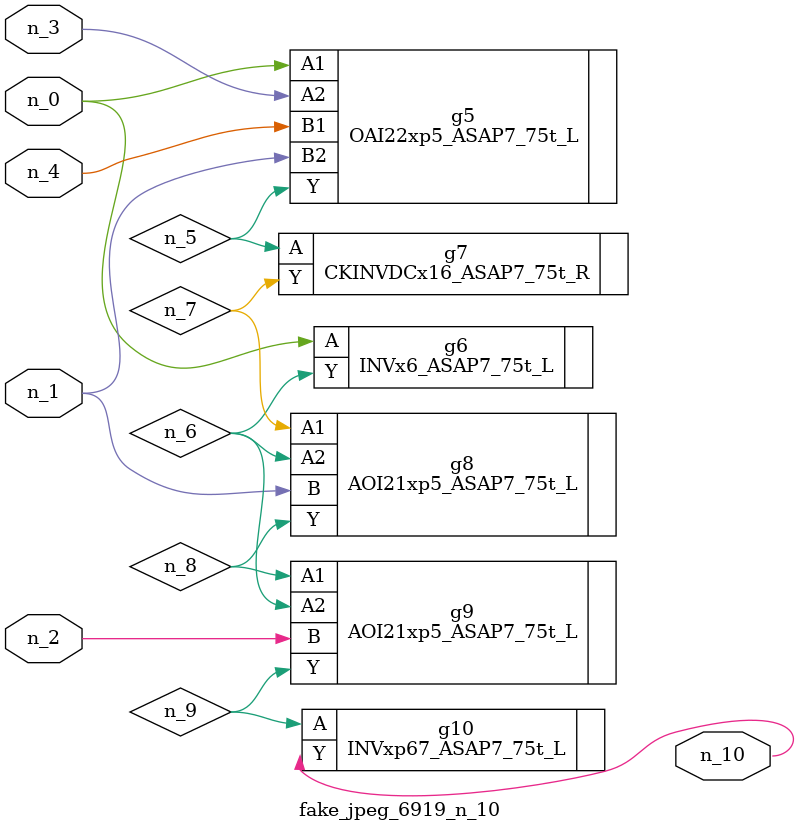
<source format=v>
module fake_jpeg_6919_n_10 (n_3, n_2, n_1, n_0, n_4, n_10);

input n_3;
input n_2;
input n_1;
input n_0;
input n_4;

output n_10;

wire n_8;
wire n_9;
wire n_6;
wire n_5;
wire n_7;

OAI22xp5_ASAP7_75t_L g5 ( 
.A1(n_0),
.A2(n_3),
.B1(n_4),
.B2(n_1),
.Y(n_5)
);

INVx6_ASAP7_75t_L g6 ( 
.A(n_0),
.Y(n_6)
);

CKINVDCx16_ASAP7_75t_R g7 ( 
.A(n_5),
.Y(n_7)
);

AOI21xp5_ASAP7_75t_L g8 ( 
.A1(n_7),
.A2(n_6),
.B(n_1),
.Y(n_8)
);

AOI21xp5_ASAP7_75t_L g9 ( 
.A1(n_8),
.A2(n_6),
.B(n_2),
.Y(n_9)
);

INVxp67_ASAP7_75t_L g10 ( 
.A(n_9),
.Y(n_10)
);


endmodule
</source>
